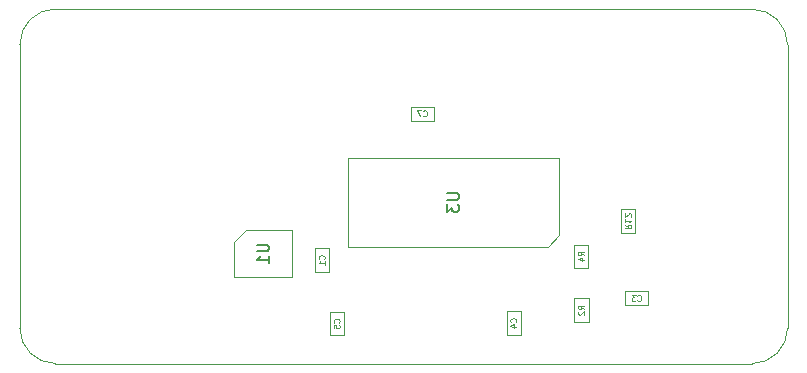
<source format=gbr>
G04 #@! TF.GenerationSoftware,KiCad,Pcbnew,(5.1.4)-1*
G04 #@! TF.CreationDate,2021-07-13T12:31:05-04:00*
G04 #@! TF.ProjectId,RocketPi,526f636b-6574-4506-992e-6b696361645f,rev?*
G04 #@! TF.SameCoordinates,Original*
G04 #@! TF.FileFunction,Other,Fab,Bot*
%FSLAX46Y46*%
G04 Gerber Fmt 4.6, Leading zero omitted, Abs format (unit mm)*
G04 Created by KiCad (PCBNEW (5.1.4)-1) date 2021-07-13 12:31:05*
%MOMM*%
%LPD*%
G04 APERTURE LIST*
%ADD10C,0.100000*%
%ADD11C,0.080000*%
%ADD12C,0.150000*%
G04 APERTURE END LIST*
D10*
X68046600Y-42164000D02*
G75*
G03X65049400Y-45161200I0J-2997200D01*
G01*
X127052600Y-72178400D02*
G75*
G03X130052600Y-69178400I0J3000000D01*
G01*
X130052600Y-45178400D02*
G75*
G03X127052600Y-42178400I-3000000J0D01*
G01*
X65052600Y-69178400D02*
G75*
G03X68052600Y-72178400I3000000J0D01*
G01*
X68046600Y-42164000D02*
X127052600Y-42178400D01*
X65049400Y-45161200D02*
X65052600Y-69178400D01*
X68052600Y-72178400D02*
X127052600Y-72178400D01*
X130052600Y-45178400D02*
X130052600Y-69178400D01*
X115935200Y-59096400D02*
X115935200Y-61096400D01*
X117135200Y-59096400D02*
X115935200Y-59096400D01*
X117135200Y-61096400D02*
X117135200Y-59096400D01*
X115935200Y-61096400D02*
X117135200Y-61096400D01*
X109727800Y-62271600D02*
X110727800Y-61271600D01*
X92827800Y-62271600D02*
X109727800Y-62271600D01*
X92827800Y-54771600D02*
X92827800Y-62271600D01*
X110727800Y-54771600D02*
X92827800Y-54771600D01*
X110727800Y-61271600D02*
X110727800Y-54771600D01*
X84199200Y-60915000D02*
X83224200Y-61890000D01*
X88124200Y-60915000D02*
X84199200Y-60915000D01*
X88124200Y-64815000D02*
X88124200Y-60915000D01*
X83224200Y-64815000D02*
X88124200Y-64815000D01*
X83224200Y-61890000D02*
X83224200Y-64815000D01*
X113172800Y-64110000D02*
X113172800Y-62110000D01*
X111972800Y-64110000D02*
X113172800Y-64110000D01*
X111972800Y-62110000D02*
X111972800Y-64110000D01*
X113172800Y-62110000D02*
X111972800Y-62110000D01*
X111998200Y-66649200D02*
X111998200Y-68649200D01*
X113198200Y-66649200D02*
X111998200Y-66649200D01*
X113198200Y-68649200D02*
X113198200Y-66649200D01*
X111998200Y-68649200D02*
X113198200Y-68649200D01*
X100127200Y-50428600D02*
X98127200Y-50428600D01*
X100127200Y-51628600D02*
X100127200Y-50428600D01*
X98127200Y-51628600D02*
X100127200Y-51628600D01*
X98127200Y-50428600D02*
X98127200Y-51628600D01*
X92497200Y-69792200D02*
X92497200Y-67792200D01*
X91297200Y-69792200D02*
X92497200Y-69792200D01*
X91297200Y-67792200D02*
X91297200Y-69792200D01*
X92497200Y-67792200D02*
X91297200Y-67792200D01*
X107457800Y-69748800D02*
X107457800Y-67748800D01*
X106257800Y-69748800D02*
X107457800Y-69748800D01*
X106257800Y-67748800D02*
X106257800Y-69748800D01*
X107457800Y-67748800D02*
X106257800Y-67748800D01*
X118262800Y-66049600D02*
X116262800Y-66049600D01*
X118262800Y-67249600D02*
X118262800Y-66049600D01*
X116262800Y-67249600D02*
X118262800Y-67249600D01*
X116262800Y-66049600D02*
X116262800Y-67249600D01*
X90027200Y-62414800D02*
X90027200Y-64414800D01*
X91227200Y-62414800D02*
X90027200Y-62414800D01*
X91227200Y-64414800D02*
X91227200Y-62414800D01*
X90027200Y-64414800D02*
X91227200Y-64414800D01*
D11*
X116309009Y-60417828D02*
X116547104Y-60584495D01*
X116309009Y-60703542D02*
X116809009Y-60703542D01*
X116809009Y-60513066D01*
X116785200Y-60465447D01*
X116761390Y-60441638D01*
X116713771Y-60417828D01*
X116642342Y-60417828D01*
X116594723Y-60441638D01*
X116570914Y-60465447D01*
X116547104Y-60513066D01*
X116547104Y-60703542D01*
X116309009Y-59941638D02*
X116309009Y-60227352D01*
X116309009Y-60084495D02*
X116809009Y-60084495D01*
X116737580Y-60132114D01*
X116689961Y-60179733D01*
X116666152Y-60227352D01*
X116761390Y-59751161D02*
X116785200Y-59727352D01*
X116809009Y-59679733D01*
X116809009Y-59560685D01*
X116785200Y-59513066D01*
X116761390Y-59489257D01*
X116713771Y-59465447D01*
X116666152Y-59465447D01*
X116594723Y-59489257D01*
X116309009Y-59774971D01*
X116309009Y-59465447D01*
D12*
X101230180Y-57759695D02*
X102039704Y-57759695D01*
X102134942Y-57807314D01*
X102182561Y-57854933D01*
X102230180Y-57950171D01*
X102230180Y-58140647D01*
X102182561Y-58235885D01*
X102134942Y-58283504D01*
X102039704Y-58331123D01*
X101230180Y-58331123D01*
X101230180Y-58712076D02*
X101230180Y-59331123D01*
X101611133Y-58997790D01*
X101611133Y-59140647D01*
X101658752Y-59235885D01*
X101706371Y-59283504D01*
X101801609Y-59331123D01*
X102039704Y-59331123D01*
X102134942Y-59283504D01*
X102182561Y-59235885D01*
X102230180Y-59140647D01*
X102230180Y-58854933D01*
X102182561Y-58759695D01*
X102134942Y-58712076D01*
X85137533Y-62118333D02*
X85930866Y-62118333D01*
X86024200Y-62165000D01*
X86070866Y-62211666D01*
X86117533Y-62305000D01*
X86117533Y-62491666D01*
X86070866Y-62585000D01*
X86024200Y-62631666D01*
X85930866Y-62678333D01*
X85137533Y-62678333D01*
X86117533Y-63658333D02*
X86117533Y-63098333D01*
X86117533Y-63378333D02*
X85137533Y-63378333D01*
X85277533Y-63285000D01*
X85370866Y-63191666D01*
X85417533Y-63098333D01*
D11*
X112798990Y-63026666D02*
X112560895Y-62860000D01*
X112798990Y-62740952D02*
X112298990Y-62740952D01*
X112298990Y-62931428D01*
X112322800Y-62979047D01*
X112346609Y-63002857D01*
X112394228Y-63026666D01*
X112465657Y-63026666D01*
X112513276Y-63002857D01*
X112537085Y-62979047D01*
X112560895Y-62931428D01*
X112560895Y-62740952D01*
X112465657Y-63455238D02*
X112798990Y-63455238D01*
X112275180Y-63336190D02*
X112632323Y-63217142D01*
X112632323Y-63526666D01*
X112824390Y-67565866D02*
X112586295Y-67399200D01*
X112824390Y-67280152D02*
X112324390Y-67280152D01*
X112324390Y-67470628D01*
X112348200Y-67518247D01*
X112372009Y-67542057D01*
X112419628Y-67565866D01*
X112491057Y-67565866D01*
X112538676Y-67542057D01*
X112562485Y-67518247D01*
X112586295Y-67470628D01*
X112586295Y-67280152D01*
X112372009Y-67756342D02*
X112348200Y-67780152D01*
X112324390Y-67827771D01*
X112324390Y-67946819D01*
X112348200Y-67994438D01*
X112372009Y-68018247D01*
X112419628Y-68042057D01*
X112467247Y-68042057D01*
X112538676Y-68018247D01*
X112824390Y-67732533D01*
X112824390Y-68042057D01*
X99210533Y-51207171D02*
X99234342Y-51230980D01*
X99305771Y-51254790D01*
X99353390Y-51254790D01*
X99424819Y-51230980D01*
X99472438Y-51183361D01*
X99496247Y-51135742D01*
X99520057Y-51040504D01*
X99520057Y-50969076D01*
X99496247Y-50873838D01*
X99472438Y-50826219D01*
X99424819Y-50778600D01*
X99353390Y-50754790D01*
X99305771Y-50754790D01*
X99234342Y-50778600D01*
X99210533Y-50802409D01*
X99043866Y-50754790D02*
X98710533Y-50754790D01*
X98924819Y-51254790D01*
X92075771Y-68708866D02*
X92099580Y-68685057D01*
X92123390Y-68613628D01*
X92123390Y-68566009D01*
X92099580Y-68494580D01*
X92051961Y-68446961D01*
X92004342Y-68423152D01*
X91909104Y-68399342D01*
X91837676Y-68399342D01*
X91742438Y-68423152D01*
X91694819Y-68446961D01*
X91647200Y-68494580D01*
X91623390Y-68566009D01*
X91623390Y-68613628D01*
X91647200Y-68685057D01*
X91671009Y-68708866D01*
X91623390Y-69161247D02*
X91623390Y-68923152D01*
X91861485Y-68899342D01*
X91837676Y-68923152D01*
X91813866Y-68970771D01*
X91813866Y-69089819D01*
X91837676Y-69137438D01*
X91861485Y-69161247D01*
X91909104Y-69185057D01*
X92028152Y-69185057D01*
X92075771Y-69161247D01*
X92099580Y-69137438D01*
X92123390Y-69089819D01*
X92123390Y-68970771D01*
X92099580Y-68923152D01*
X92075771Y-68899342D01*
X107036371Y-68665466D02*
X107060180Y-68641657D01*
X107083990Y-68570228D01*
X107083990Y-68522609D01*
X107060180Y-68451180D01*
X107012561Y-68403561D01*
X106964942Y-68379752D01*
X106869704Y-68355942D01*
X106798276Y-68355942D01*
X106703038Y-68379752D01*
X106655419Y-68403561D01*
X106607800Y-68451180D01*
X106583990Y-68522609D01*
X106583990Y-68570228D01*
X106607800Y-68641657D01*
X106631609Y-68665466D01*
X106750657Y-69094038D02*
X107083990Y-69094038D01*
X106560180Y-68974990D02*
X106917323Y-68855942D01*
X106917323Y-69165466D01*
X117346133Y-66828171D02*
X117369942Y-66851980D01*
X117441371Y-66875790D01*
X117488990Y-66875790D01*
X117560419Y-66851980D01*
X117608038Y-66804361D01*
X117631847Y-66756742D01*
X117655657Y-66661504D01*
X117655657Y-66590076D01*
X117631847Y-66494838D01*
X117608038Y-66447219D01*
X117560419Y-66399600D01*
X117488990Y-66375790D01*
X117441371Y-66375790D01*
X117369942Y-66399600D01*
X117346133Y-66423409D01*
X117179466Y-66375790D02*
X116869942Y-66375790D01*
X117036609Y-66566266D01*
X116965180Y-66566266D01*
X116917561Y-66590076D01*
X116893752Y-66613885D01*
X116869942Y-66661504D01*
X116869942Y-66780552D01*
X116893752Y-66828171D01*
X116917561Y-66851980D01*
X116965180Y-66875790D01*
X117108038Y-66875790D01*
X117155657Y-66851980D01*
X117179466Y-66828171D01*
X90805771Y-63331466D02*
X90829580Y-63307657D01*
X90853390Y-63236228D01*
X90853390Y-63188609D01*
X90829580Y-63117180D01*
X90781961Y-63069561D01*
X90734342Y-63045752D01*
X90639104Y-63021942D01*
X90567676Y-63021942D01*
X90472438Y-63045752D01*
X90424819Y-63069561D01*
X90377200Y-63117180D01*
X90353390Y-63188609D01*
X90353390Y-63236228D01*
X90377200Y-63307657D01*
X90401009Y-63331466D01*
X90853390Y-63807657D02*
X90853390Y-63521942D01*
X90853390Y-63664800D02*
X90353390Y-63664800D01*
X90424819Y-63617180D01*
X90472438Y-63569561D01*
X90496247Y-63521942D01*
M02*

</source>
